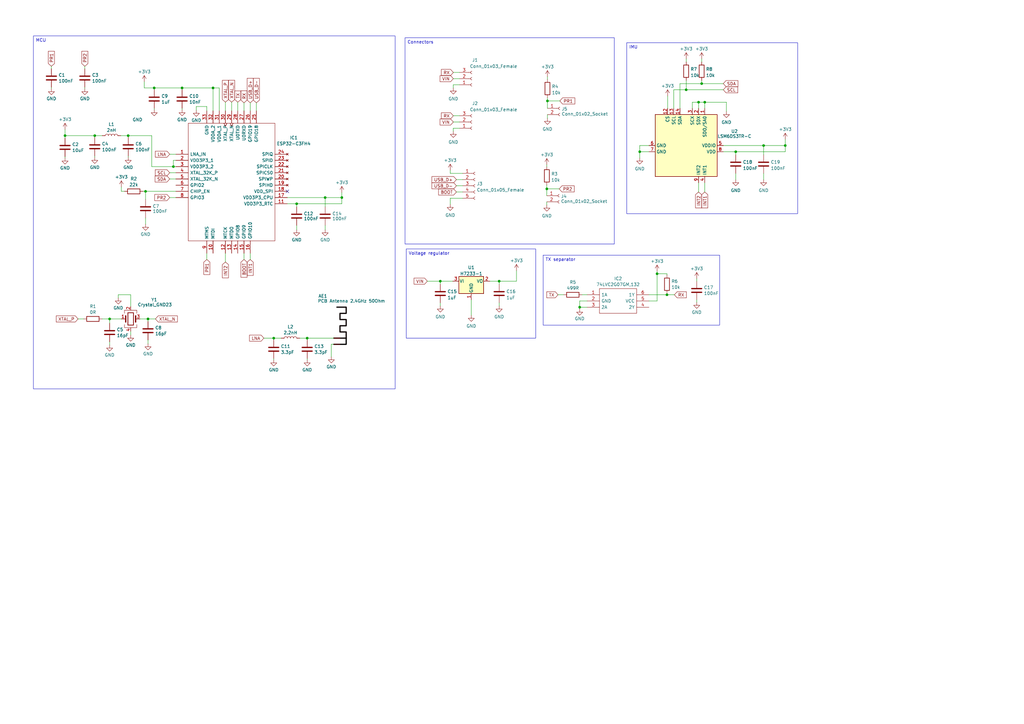
<source format=kicad_sch>
(kicad_sch (version 20230121) (generator eeschema)
  (paper "A3")
  (lib_symbols
    (symbol "74LVC2G07GM_132:74LVC2G07GM,132" (pin_names (offset 0.762))
      (property "Reference" "IC" (at 21.59 7.62 0))
      (property "Value" "74LVC2G07GM,132" (at 21.59 5.08 0))
      (symbol "74LVC2G07GM,132_0_0"
        (pin passive line (at 0 0 0) (length 5.08) (name "1A") (number "1"))
        (pin passive line (at 0 -2.54 0) (length 5.08) (name "GND") (number "2"))
        (pin passive line (at 0 -5.08 0) (length 5.08) (name "2A") (number "3"))
        (pin passive line (at 25.4 -5.08 180) (length 5.08) (name "2Y") (number "4"))
        (pin passive line (at 25.4 -2.54 180) (length 5.08) (name "VCC") (number "5"))
        (pin passive line (at 25.4 0 180) (length 5.08) (name "1Y") (number "6"))
      )
      (symbol "74LVC2G07GM,132_0_1"
        (polyline (pts (xy 5.08 2.54) (xy 20.32 2.54) (xy 20.32 -7.62) (xy 5.08 -7.62) (xy 5.08 2.54)) (stroke (width 0.1524)))
      )
    )
    (symbol "Connector:Conn_01x02_Socket" (pin_names (offset 1.016) hide)
      (property "Reference" "J" (at 0 2.54 0))
      (property "Value" "Conn_01x02_Socket" (at 0 -5.08 0))
      (symbol "Conn_01x02_Socket_1_1"
        (arc (start 0 -2.032) (mid -0.5058 -2.54) (end 0 -3.048) (stroke (width 0.1524)))
        (polyline (pts (xy -1.27 -2.54) (xy -0.508 -2.54)) (stroke (width 0.1524)))
        (polyline (pts (xy -1.27 0) (xy -0.508 0)) (stroke (width 0.1524)))
        (arc (start 0 0.508) (mid -0.5058 0) (end 0 -0.508) (stroke (width 0.1524)))
        (pin passive line (at -5.08 0 0) (length 3.81) (name "Pin_1") (number "1"))
        (pin passive line (at -5.08 -2.54 0) (length 3.81) (name "Pin_2") (number "2"))
      )
    )
    (symbol "Connector:Conn_01x03_Female" (pin_names (offset 1.016) hide)
      (property "Reference" "J" (at 0 5.08 0))
      (property "Value" "Conn_01x03_Female" (at 0 -5.08 0))
      (symbol "Conn_01x03_Female_1_1"
        (arc (start 0 -2.032) (mid -0.5058 -2.54) (end 0 -3.048) (stroke (width 0.1524)))
        (polyline (pts (xy -1.27 -2.54) (xy -0.508 -2.54)) (stroke (width 0.1524)))
        (polyline (pts (xy -1.27 0) (xy -0.508 0)) (stroke (width 0.1524)))
        (polyline (pts (xy -1.27 2.54) (xy -0.508 2.54)) (stroke (width 0.1524)))
        (arc (start 0 0.508) (mid -0.5058 0) (end 0 -0.508) (stroke (width 0.1524)))
        (arc (start 0 3.048) (mid -0.5058 2.54) (end 0 2.032) (stroke (width 0.1524)))
        (pin passive line (at -5.08 2.54 0) (length 3.81) (name "Pin_1") (number "1"))
        (pin passive line (at -5.08 0 0) (length 3.81) (name "Pin_2") (number "2"))
        (pin passive line (at -5.08 -2.54 0) (length 3.81) (name "Pin_3") (number "3"))
      )
    )
    (symbol "Connector:Conn_01x05_Female" (pin_names (offset 1.016) hide)
      (property "Reference" "J" (at 0 7.62 0))
      (property "Value" "Conn_01x05_Female" (at 0 -7.62 0))
      (symbol "Conn_01x05_Female_1_1"
        (arc (start 0 -4.572) (mid -0.5058 -5.08) (end 0 -5.588) (stroke (width 0.1524)))
        (arc (start 0 -2.032) (mid -0.5058 -2.54) (end 0 -3.048) (stroke (width 0.1524)))
        (polyline (pts (xy -1.27 -5.08) (xy -0.508 -5.08)) (stroke (width 0.1524)))
        (polyline (pts (xy -1.27 -2.54) (xy -0.508 -2.54)) (stroke (width 0.1524)))
        (polyline (pts (xy -1.27 0) (xy -0.508 0)) (stroke (width 0.1524)))
        (polyline (pts (xy -1.27 2.54) (xy -0.508 2.54)) (stroke (width 0.1524)))
        (polyline (pts (xy -1.27 5.08) (xy -0.508 5.08)) (stroke (width 0.1524)))
        (arc (start 0 0.508) (mid -0.5058 0) (end 0 -0.508) (stroke (width 0.1524)))
        (arc (start 0 3.048) (mid -0.5058 2.54) (end 0 2.032) (stroke (width 0.1524)))
        (arc (start 0 5.588) (mid -0.5058 5.08) (end 0 4.572) (stroke (width 0.1524)))
        (pin passive line (at -5.08 5.08 0) (length 3.81) (name "Pin_1") (number "1"))
        (pin passive line (at -5.08 2.54 0) (length 3.81) (name "Pin_2") (number "2"))
        (pin passive line (at -5.08 0 0) (length 3.81) (name "Pin_3") (number "3"))
        (pin passive line (at -5.08 -2.54 0) (length 3.81) (name "Pin_4") (number "4"))
        (pin passive line (at -5.08 -5.08 0) (length 3.81) (name "Pin_5") (number "5"))
      )
    )
    (symbol "Device:Antenna_Dipole" (pin_numbers hide) (pin_names (offset 1.016) hide)
      (property "Reference" "AE1" (at -9.906 21.082 0))
      (property "Value" "PCB Antenna 2.4GHz 50Ohm" (at -10.16 19.05 0))
      (symbol "Antenna_Dipole_1_1"
        (polyline (pts (xy -3.81 -1.27) (xy 1.27 -1.27) (xy 1.27 1.27)) (stroke (width 0.5) (color 0 0 0 1)))
        (polyline (pts (xy -3.81 1.27) (xy 1.27 1.27) (xy 1.27 3.81) (xy -1.27 3.81) (xy -1.27 6.35) (xy 1.27 6.35) (xy 1.27 8.89) (xy -1.27 8.89) (xy -1.27 11.43) (xy 1.27 11.43) (xy 1.27 13.97) (xy -2.54 13.97)) (stroke (width 0.5) (color 8 0 0 1)))
        (pin input line (at -3.81 -1.27 0) (length 2.54) (name "~") (number "1"))
        (pin input line (at -3.81 1.27 0) (length 2.54) (name "~") (number "2"))
      )
    )
    (symbol "Device:C" (pin_numbers hide) (pin_names (offset 0.254))
      (property "Reference" "C" (at 0.635 2.54 0))
      (property "Value" "C" (at 0.635 -2.54 0))
      (symbol "C_0_1"
        (polyline (pts (xy -2.032 -0.762) (xy 2.032 -0.762)) (stroke (width 0.508)))
        (polyline (pts (xy -2.032 0.762) (xy 2.032 0.762)) (stroke (width 0.508)))
      )
      (symbol "C_1_1"
        (pin passive line (at 0 3.81 270) (length 2.794) (name "~") (number "1"))
        (pin passive line (at 0 -3.81 90) (length 2.794) (name "~") (number "2"))
      )
    )
    (symbol "Device:Crystal_GND23" (pin_names (offset 1.016) hide)
      (property "Reference" "Y1" (at 9.652 7.874 0))
      (property "Value" "Crystal_GND23" (at 9.906 5.842 0))
      (symbol "Crystal_GND23_0_1"
        (rectangle (start -1.143 2.54) (end 1.143 -2.54) (stroke (width 0.3048)))
        (polyline (pts (xy -2.54 0) (xy -2.032 0)))
        (polyline (pts (xy -2.032 -1.27) (xy -2.032 1.27)) (stroke (width 0.508)))
        (polyline (pts (xy 0 -3.81) (xy 0 -3.556)))
        (polyline (pts (xy 0 3.556) (xy 0 3.81)))
        (polyline (pts (xy 2.032 -1.27) (xy 2.032 1.27)) (stroke (width 0.508)))
        (polyline (pts (xy 2.032 0) (xy 2.54 0)))
        (polyline (pts (xy -2.54 -2.286) (xy -2.54 -3.556) (xy 2.54 -3.556) (xy 2.54 -2.286)))
        (polyline (pts (xy -2.54 2.286) (xy -2.54 3.556) (xy 2.54 3.556) (xy 2.54 2.286)))
      )
      (symbol "Crystal_GND23_1_1"
        (pin passive line (at -3.81 0 0) (length 1.27) (name "1") (number "1"))
        (pin passive line (at 0 5.08 270) (length 1.27) (name "2") (number "2"))
        (pin passive line (at 3.81 0 180) (length 1.27) (name "3") (number "3"))
        (pin passive line (at 0 -5.08 90) (length 1.27) (name "4") (number "4"))
      )
    )
    (symbol "Device:L" (pin_numbers hide) (pin_names (offset 1.016) hide)
      (property "Reference" "L" (at -1.27 0 90))
      (property "Value" "L" (at 1.905 0 90))
      (symbol "L_0_1"
        (arc (start 0 -2.54) (mid 0.6323 -1.905) (end 0 -1.27))
        (arc (start 0 -1.27) (mid 0.6323 -0.635) (end 0 0))
        (arc (start 0 0) (mid 0.6323 0.635) (end 0 1.27))
        (arc (start 0 1.27) (mid 0.6323 1.905) (end 0 2.54))
      )
      (symbol "L_1_1"
        (pin passive line (at 0 3.81 270) (length 1.27) (name "1") (number "1"))
        (pin passive line (at 0 -3.81 90) (length 1.27) (name "2") (number "2"))
      )
    )
    (symbol "Device:R" (pin_numbers hide) (pin_names (offset 0))
      (property "Reference" "R" (at 2.032 0 90))
      (property "Value" "R" (at 0 0 90))
      (symbol "R_0_1"
        (rectangle (start -1.016 -2.54) (end 1.016 2.54) (stroke (width 0.254)))
      )
      (symbol "R_1_1"
        (pin passive line (at 0 3.81 270) (length 1.27) (name "~") (number "1"))
        (pin passive line (at 0 -3.81 90) (length 1.27) (name "~") (number "2"))
      )
    )
    (symbol "ESP32-C3FH4:ESP32-C3FH4" (pin_names (offset 0.762))
      (property "Reference" "IC1" (at 48.3264 6.7544 0))
      (property "Value" "ESP32-C3FH4" (at 48.3264 4.3302 0))
      (symbol "ESP32-C3FH4_0_0"
        (pin passive line (at 0 0 0) (length 5.08) (name "LNA_IN") (number "1"))
        (pin passive line (at 15.24 -40.64 90) (length 5.08) (name "MTDI") (number "10"))
        (pin passive line (at 20.32 -40.64 90) (length 5.08) (name "MTCK") (number "12"))
        (pin passive line (at 22.86 -40.64 90) (length 5.08) (name "MTDO") (number "13"))
        (pin passive line (at 25.4 -40.64 90) (length 5.08) (name "GPIO8") (number "14"))
        (pin passive line (at 27.94 -40.64 90) (length 5.08) (name "GPIO9") (number "15"))
        (pin passive line (at 30.48 -40.64 90) (length 5.08) (name "GPIO10") (number "16"))
        (pin passive line (at 0 -2.54 0) (length 5.08) (name "VDD3P3_1") (number "2"))
        (pin passive line (at 0 -5.08 0) (length 5.08) (name "VDD3P3_2") (number "3"))
        (pin passive line (at 0 -12.7 0) (length 5.08) (name "GPIO2") (number "6"))
        (pin passive line (at 0 -15.24 0) (length 5.08) (name "CHIP_EN") (number "7"))
        (pin passive line (at 0 -17.78 0) (length 5.08) (name "GPIO3") (number "8"))
        (pin passive line (at 12.7 -40.64 90) (length 5.08) (name "MTMS") (number "9"))
      )
      (symbol "ESP32-C3FH4_0_1"
        (polyline (pts (xy 5.08 12.7) (xy 40.64 12.7) (xy 40.64 -35.56) (xy 5.08 -35.56) (xy 5.08 12.7)) (stroke (width 0.1524)))
      )
      (symbol "ESP32-C3FH4_1_0"
        (pin input line (at 45.72 -20.32 180) (length 5.08) (name "VDD3P3_RTC") (number "11"))
        (pin input line (at 45.72 -17.78 180) (length 5.08) (name "VDD3P3_CPU") (number "17"))
        (pin input line (at 45.72 -15.24 180) (length 5.08) (name "VDD_SPI") (number "18"))
        (pin no_connect line (at 45.72 -12.7 180) (length 5.08) (name "SPIHD") (number "19"))
        (pin no_connect line (at 45.72 -10.16 180) (length 5.08) (name "SPIWP") (number "20"))
        (pin no_connect line (at 45.72 -7.62 180) (length 5.08) (name "SPICS0") (number "21"))
        (pin no_connect line (at 45.72 -5.08 180) (length 5.08) (name "SPICLK") (number "22"))
        (pin no_connect line (at 45.72 -2.54 180) (length 5.08) (name "SPID") (number "23"))
        (pin no_connect line (at 45.72 0 180) (length 5.08) (name "SPIQ") (number "24"))
        (pin input line (at 33.02 17.78 270) (length 5.08) (name "GPIO18") (number "25"))
        (pin input line (at 30.48 17.78 270) (length 5.08) (name "GPIO19") (number "26"))
        (pin input line (at 27.94 17.78 270) (length 5.08) (name "U0RXD") (number "27"))
        (pin output line (at 25.4 17.78 270) (length 5.08) (name "U0TXD") (number "28"))
        (pin input clock (at 22.86 17.78 270) (length 5.08) (name "XTAL_N") (number "29"))
        (pin input clock (at 20.32 17.78 270) (length 5.08) (name "XTAL_P") (number "30"))
        (pin input line (at 17.78 17.78 270) (length 5.08) (name "VDDA_1") (number "31"))
        (pin input line (at 15.24 17.78 270) (length 5.08) (name "VDDA_2") (number "32"))
        (pin passive line (at 12.7 17.78 270) (length 5.08) (name "GND") (number "33"))
        (pin passive line (at 0 -7.62 0) (length 5.08) (name "XTAL_32K_P") (number "4"))
        (pin passive line (at 0 -10.16 0) (length 5.08) (name "XTAL_32K_N") (number "5"))
      )
    )
    (symbol "GND_1" (power) (pin_names (offset 0))
      (property "Value" "GND_1" (at 0 -3.81 0))
      (symbol "GND_1_0_1"
        (polyline (pts (xy 0 0) (xy 0 -1.27) (xy 1.27 -1.27) (xy 0 -2.54) (xy -1.27 -1.27) (xy 0 -1.27)))
      )
      (symbol "GND_1_1_1"
        (pin power_in line (at 0 0 270) (length 0) hide (name "GND") (number "1"))
      )
    )
    (symbol "Regulator_Linear:AMS1117-3.3" (pin_names (offset 0.254))
      (property "Reference" "U" (at -3.81 3.175 0))
      (property "Value" "AMS1117-3.3" (at 0 3.175 0))
      (symbol "AMS1117-3.3_0_1"
        (rectangle (start -5.08 -5.08) (end 5.08 1.905) (stroke (width 0.254)) (fill (type background)))
      )
      (symbol "AMS1117-3.3_1_1"
        (pin power_in line (at 0 -7.62 90) (length 2.54) (name "GND") (number "1"))
        (pin power_out line (at 7.62 0 180) (length 2.54) (name "VO") (number "2"))
        (pin power_in line (at -7.62 0 0) (length 2.54) (name "VI") (number "3"))
      )
    )
    (symbol "Sensor_Motion:LSM6DS3"
      (property "Reference" "U" (at -11.43 15.24 0))
      (property "Value" "LSM6DS3" (at -11.43 12.7 0))
      (symbol "LSM6DS3_0_1"
        (rectangle (start -12.7 12.7) (end 12.7 -12.7) (stroke (width 0.254)) (fill (type background)))
      )
      (symbol "LSM6DS3_1_1"
        (pin bidirectional line (at -15.24 7.62 0) (length 2.54) (name "SDO/SA0") (number "1"))
        (pin no_connect line (at 12.7 -5.08 180) (length 3.81) hide (name "NC") (number "10"))
        (pin no_connect line (at 12.7 -2.54 180) (length 3.81) hide (name "NC") (number "11"))
        (pin input line (at -15.24 -7.62 0) (length 2.54) (name "CS") (number "12"))
        (pin input line (at -15.24 -5.08 0) (length 2.54) (name "SCL") (number "13"))
        (pin bidirectional line (at -15.24 -2.54 0) (length 2.54) (name "SDA") (number "14"))
        (pin bidirectional line (at -15.24 5.08 0) (length 2.54) (name "SDX") (number "2"))
        (pin input line (at -15.24 2.54 0) (length 2.54) (name "SCX") (number "3"))
        (pin output line (at 15.24 7.62 180) (length 2.54) (name "INT1") (number "4"))
        (pin power_in line (at 0 15.24 270) (length 2.54) (name "VDDIO") (number "5"))
        (pin power_in line (at 0 -15.24 90) (length 2.54) (name "GND") (number "6"))
        (pin power_in line (at 2.54 -15.24 90) (length 2.54) (name "GND") (number "7"))
        (pin power_in line (at 2.54 15.24 270) (length 2.54) (name "VDD") (number "8"))
        (pin output line (at 15.24 5.08 180) (length 2.54) (name "INT2") (number "9"))
      )
    )
    (symbol "power:+3V3" (power) (pin_names (offset 0))
      (property "Value" "+3V3" (at 0 3.556 0))
      (symbol "+3V3_0_1"
        (polyline (pts (xy -0.762 1.27) (xy 0 2.54)))
        (polyline (pts (xy 0 0) (xy 0 2.54)))
        (polyline (pts (xy 0 2.54) (xy 0.762 1.27)))
      )
      (symbol "+3V3_1_1"
        (pin power_in line (at 0 0 90) (length 0) hide (name "+3V3") (number "1"))
      )
    )
    (symbol "power:GND" (power) (pin_names (offset 0))
      (property "Value" "GND" (at 0 -3.81 0))
      (symbol "GND_0_1"
        (polyline (pts (xy 0 0) (xy 0 -1.27) (xy 1.27 -1.27) (xy 0 -2.54) (xy -1.27 -1.27) (xy 0 -1.27)))
      )
      (symbol "GND_1_1"
        (pin power_in line (at 0 0 270) (length 0) hide (name "GND") (number "1"))
      )
    )
  )
  (junction (at 44.958 130.81))
  (junction (at 60.706 130.81))
  (junction (at 63.246 36.068))
  (junction (at 87.376 36.068))
  (junction (at 224.282 77.47))
  (junction (at 273.558 120.904))
  (junction (at 133.35 81.026))
  (junction (at 224.536 41.402))
  (junction (at 38.862 55.626))
  (junction (at 112.268 138.684))
  (junction (at 52.578 55.626))
  (junction (at 301.752 62.23))
  (junction (at 71.12 68.326))
  (junction (at 313.182 59.69))
  (junction (at 74.676 36.068))
  (junction (at 140.208 81.026))
  (junction (at 289.052 41.91))
  (junction (at 287.782 34.29))
  (junction (at 121.666 83.566))
  (junction (at 59.69 78.486))
  (junction (at 281.432 36.83))
  (junction (at 125.984 138.684))
  (junction (at 204.724 115.316))
  (junction (at 286.512 41.91))
  (junction (at 269.494 112.268))
  (junction (at 237.744 125.984))
  (junction (at 26.67 55.626))
  (junction (at 180.594 115.316))
  (junction (at 262.382 62.23))
  (junction (at 322.072 59.69))
  (no_connect (at 117.856 78.486))
  (wire (pts (xy 185.928 32.258) (xy 188.468 32.258)))
  (wire (pts (xy 44.958 130.81) (xy 44.958 132.588)))
  (wire (pts (xy 38.862 55.626) (xy 41.91 55.626)))
  (wire (pts (xy 224.282 75.946) (xy 224.282 77.47)))
  (wire (pts (xy 193.294 122.936) (xy 193.294 129.286)))
  (wire (pts (xy 237.744 123.444) (xy 240.792 123.444)))
  (wire (pts (xy 125.984 147.574) (xy 125.984 147.066)))
  (wire (pts (xy 48.514 122.174) (xy 48.514 120.904)))
  (wire (pts (xy 121.666 92.456) (xy 121.666 94.234)))
  (wire (pts (xy 301.752 62.23) (xy 322.072 62.23)))
  (wire (pts (xy 92.456 41.91) (xy 92.456 45.466)))
  (wire (pts (xy 121.666 83.566) (xy 121.666 84.836)))
  (wire (pts (xy 44.958 140.208) (xy 44.958 141.478)))
  (wire (pts (xy 301.752 62.23) (xy 301.752 63.5)))
  (wire (pts (xy 38.862 64.516) (xy 38.862 64.008)))
  (wire (pts (xy 262.382 59.69) (xy 262.382 62.23)))
  (wire (pts (xy 71.12 68.326) (xy 62.23 68.326)))
  (wire (pts (xy 313.182 59.69) (xy 313.182 63.5)))
  (wire (pts (xy 289.052 74.93) (xy 289.052 78.74)))
  (wire (pts (xy 125.984 139.446) (xy 125.984 138.684)))
  (wire (pts (xy 188.468 47.498) (xy 185.928 47.498)))
  (wire (pts (xy 59.182 33.528) (xy 59.182 36.068)))
  (wire (pts (xy 224.536 32.512) (xy 224.536 31.496)))
  (wire (pts (xy 313.182 59.69) (xy 322.072 59.69)))
  (wire (pts (xy 278.892 34.29) (xy 287.782 34.29)))
  (wire (pts (xy 273.558 112.268) (xy 269.494 112.268)))
  (wire (pts (xy 21.082 36.322) (xy 21.082 35.814)))
  (wire (pts (xy 102.616 42.164) (xy 102.616 45.466)))
  (wire (pts (xy 58.674 78.486) (xy 59.69 78.486)))
  (wire (pts (xy 63.246 36.068) (xy 74.676 36.068)))
  (wire (pts (xy 63.246 44.958) (xy 63.246 44.45)))
  (wire (pts (xy 135.89 141.224) (xy 135.89 146.304)))
  (wire (pts (xy 34.798 27.178) (xy 34.798 28.194)))
  (wire (pts (xy 59.69 78.486) (xy 59.69 81.788)))
  (wire (pts (xy 184.658 69.85) (xy 184.658 71.12)))
  (wire (pts (xy 41.91 130.81) (xy 44.958 130.81)))
  (wire (pts (xy 285.75 123.952) (xy 285.75 122.936)))
  (wire (pts (xy 224.536 41.402) (xy 224.536 44.45)))
  (wire (pts (xy 89.916 45.466) (xy 89.916 36.068)))
  (wire (pts (xy 287.782 25.4) (xy 287.782 24.13)))
  (wire (pts (xy 189.738 71.12) (xy 184.658 71.12)))
  (wire (pts (xy 133.35 92.456) (xy 133.35 94.234)))
  (wire (pts (xy 34.798 36.322) (xy 34.798 35.814)))
  (wire (pts (xy 204.724 124.206) (xy 204.724 125.476)))
  (wire (pts (xy 133.35 81.026) (xy 140.208 81.026)))
  (wire (pts (xy 121.666 83.566) (xy 140.208 83.566)))
  (wire (pts (xy 184.658 81.28) (xy 184.658 83.82)))
  (wire (pts (xy 60.706 139.446) (xy 60.706 140.97)))
  (wire (pts (xy 296.672 62.23) (xy 301.752 62.23)))
  (wire (pts (xy 74.676 36.83) (xy 74.676 36.068)))
  (wire (pts (xy 211.836 110.998) (xy 211.836 115.316)))
  (wire (pts (xy 62.23 68.326) (xy 62.23 55.626)))
  (wire (pts (xy 72.136 68.326) (xy 71.12 68.326)))
  (wire (pts (xy 71.12 68.326) (xy 71.12 65.786)))
  (wire (pts (xy 60.706 130.81) (xy 60.706 131.826)))
  (wire (pts (xy 71.12 65.786) (xy 72.136 65.786)))
  (wire (pts (xy 100.076 103.886) (xy 100.076 106.426)))
  (wire (pts (xy 102.616 103.886) (xy 102.616 106.426)))
  (wire (pts (xy 44.958 130.81) (xy 49.784 130.81)))
  (wire (pts (xy 94.996 41.91) (xy 94.996 45.466)))
  (wire (pts (xy 74.676 44.958) (xy 74.676 44.45)))
  (wire (pts (xy 266.192 120.904) (xy 273.558 120.904)))
  (wire (pts (xy 112.268 139.446) (xy 112.268 138.684)))
  (wire (pts (xy 53.594 120.904) (xy 53.594 125.73)))
  (wire (pts (xy 266.192 59.69) (xy 262.382 59.69)))
  (wire (pts (xy 53.594 135.89) (xy 53.594 137.414)))
  (wire (pts (xy 63.246 36.83) (xy 63.246 36.068)))
  (wire (pts (xy 69.596 73.406) (xy 72.136 73.406)))
  (wire (pts (xy 84.836 43.688) (xy 84.836 45.466)))
  (wire (pts (xy 224.536 41.402) (xy 229.616 41.402)))
  (wire (pts (xy 269.494 123.444) (xy 269.494 112.268)))
  (wire (pts (xy 238.76 120.904) (xy 240.792 120.904)))
  (wire (pts (xy 59.69 78.486) (xy 72.136 78.486)))
  (wire (pts (xy 278.892 44.45) (xy 278.892 34.29)))
  (wire (pts (xy 180.594 115.316) (xy 185.674 115.316)))
  (wire (pts (xy 281.432 24.13) (xy 281.432 25.4)))
  (wire (pts (xy 49.53 55.626) (xy 52.578 55.626)))
  (wire (pts (xy 237.744 125.984) (xy 237.744 126.746)))
  (wire (pts (xy 276.352 36.83) (xy 281.432 36.83)))
  (wire (pts (xy 69.596 70.866) (xy 72.136 70.866)))
  (wire (pts (xy 185.928 34.798) (xy 185.928 36.068)))
  (wire (pts (xy 87.376 36.068) (xy 87.376 45.466)))
  (wire (pts (xy 184.658 81.28) (xy 189.738 81.28)))
  (wire (pts (xy 224.282 77.47) (xy 229.362 77.47)))
  (wire (pts (xy 237.744 125.984) (xy 240.792 125.984)))
  (wire (pts (xy 273.558 120.904) (xy 276.606 120.904)))
  (wire (pts (xy 224.536 46.99) (xy 224.536 48.514)))
  (wire (pts (xy 26.67 53.086) (xy 26.67 55.626)))
  (wire (pts (xy 117.856 81.026) (xy 133.35 81.026)))
  (wire (pts (xy 89.916 36.068) (xy 87.376 36.068)))
  (wire (pts (xy 122.936 138.684) (xy 125.984 138.684)))
  (wire (pts (xy 322.072 62.23) (xy 322.072 59.69)))
  (wire (pts (xy 188.468 34.798) (xy 185.928 34.798)))
  (wire (pts (xy 112.268 138.684) (xy 115.316 138.684)))
  (wire (pts (xy 80.518 43.688) (xy 84.836 43.688)))
  (wire (pts (xy 281.432 33.02) (xy 281.432 36.83)))
  (wire (pts (xy 52.578 56.388) (xy 52.578 55.626)))
  (wire (pts (xy 296.672 59.69) (xy 313.182 59.69)))
  (wire (pts (xy 273.558 112.776) (xy 273.558 112.268)))
  (wire (pts (xy 92.456 103.886) (xy 92.456 107.442)))
  (wire (pts (xy 105.156 42.164) (xy 105.156 45.466)))
  (wire (pts (xy 133.35 81.026) (xy 133.35 84.836)))
  (wire (pts (xy 322.072 57.15) (xy 322.072 59.69)))
  (wire (pts (xy 185.928 52.578) (xy 185.928 53.848)))
  (wire (pts (xy 32.004 130.81) (xy 34.29 130.81)))
  (wire (pts (xy 204.724 115.316) (xy 211.836 115.316)))
  (wire (pts (xy 281.432 36.83) (xy 296.672 36.83)))
  (wire (pts (xy 187.198 73.66) (xy 189.738 73.66)))
  (wire (pts (xy 266.192 62.23) (xy 262.382 62.23)))
  (wire (pts (xy 266.192 123.444) (xy 269.494 123.444)))
  (wire (pts (xy 269.494 112.268) (xy 269.494 111.252)))
  (wire (pts (xy 276.352 44.45) (xy 276.352 36.83)))
  (wire (pts (xy 80.518 45.212) (xy 80.518 43.688)))
  (wire (pts (xy 100.076 42.164) (xy 100.076 45.466)))
  (wire (pts (xy 297.942 41.91) (xy 297.942 45.72)))
  (wire (pts (xy 289.052 41.91) (xy 289.052 44.45)))
  (wire (pts (xy 49.784 78.486) (xy 51.054 78.486)))
  (wire (pts (xy 48.514 120.904) (xy 53.594 120.904)))
  (wire (pts (xy 283.972 44.45) (xy 283.972 41.91)))
  (wire (pts (xy 59.182 36.068) (xy 63.246 36.068)))
  (wire (pts (xy 69.596 63.246) (xy 72.136 63.246)))
  (wire (pts (xy 87.376 36.068) (xy 74.676 36.068)))
  (wire (pts (xy 117.856 83.566) (xy 121.666 83.566)))
  (wire (pts (xy 59.69 89.408) (xy 59.69 91.948)))
  (wire (pts (xy 287.782 34.29) (xy 296.672 34.29)))
  (wire (pts (xy 185.928 50.038) (xy 188.468 50.038)))
  (wire (pts (xy 228.854 120.904) (xy 231.14 120.904)))
  (wire (pts (xy 286.512 41.91) (xy 286.512 44.45)))
  (wire (pts (xy 301.752 71.12) (xy 301.752 73.66)))
  (wire (pts (xy 273.558 120.396) (xy 273.558 120.904)))
  (wire (pts (xy 69.596 81.026) (xy 72.136 81.026)))
  (wire (pts (xy 26.67 64.77) (xy 26.67 64.262)))
  (wire (pts (xy 286.512 74.93) (xy 286.512 78.74)))
  (wire (pts (xy 187.198 78.74) (xy 189.738 78.74)))
  (wire (pts (xy 189.738 76.2) (xy 187.198 76.2)))
  (wire (pts (xy 140.208 78.994) (xy 140.208 81.026)))
  (wire (pts (xy 204.724 116.586) (xy 204.724 115.316)))
  (wire (pts (xy 140.208 81.026) (xy 140.208 83.566)))
  (wire (pts (xy 286.512 41.91) (xy 289.052 41.91)))
  (wire (pts (xy 224.282 82.804) (xy 224.282 84.074)))
  (wire (pts (xy 273.812 39.37) (xy 273.812 44.45)))
  (wire (pts (xy 97.536 41.91) (xy 97.536 45.466)))
  (wire (pts (xy 21.082 27.178) (xy 21.082 28.194)))
  (wire (pts (xy 285.75 114.3) (xy 285.75 115.316)))
  (wire (pts (xy 108.204 138.684) (xy 112.268 138.684)))
  (wire (pts (xy 262.382 62.23) (xy 262.382 64.77)))
  (wire (pts (xy 224.536 40.132) (xy 224.536 41.402)))
  (wire (pts (xy 136.906 141.224) (xy 135.89 141.224)))
  (wire (pts (xy 188.468 52.578) (xy 185.928 52.578)))
  (wire (pts (xy 224.282 77.47) (xy 224.282 80.264)))
  (wire (pts (xy 112.268 147.574) (xy 112.268 147.066)))
  (wire (pts (xy 52.578 64.516) (xy 52.578 64.008)))
  (wire (pts (xy 175.26 115.316) (xy 180.594 115.316)))
  (wire (pts (xy 180.594 116.586) (xy 180.594 115.316)))
  (wire (pts (xy 287.782 33.02) (xy 287.782 34.29)))
  (wire (pts (xy 224.282 68.326) (xy 224.282 67.564)))
  (wire (pts (xy 180.594 125.476) (xy 180.594 124.206)))
  (wire (pts (xy 38.862 56.388) (xy 38.862 55.626)))
  (wire (pts (xy 26.67 55.626) (xy 26.67 56.642)))
  (wire (pts (xy 49.784 76.708) (xy 49.784 78.486)))
  (wire (pts (xy 62.23 55.626) (xy 52.578 55.626)))
  (wire (pts (xy 237.744 123.444) (xy 237.744 125.984)))
  (wire (pts (xy 283.972 41.91) (xy 286.512 41.91)))
  (wire (pts (xy 313.182 73.66) (xy 313.182 71.12)))
  (wire (pts (xy 188.468 29.718) (xy 185.928 29.718)))
  (wire (pts (xy 136.906 138.684) (xy 125.984 138.684)))
  (wire (pts (xy 289.052 41.91) (xy 297.942 41.91)))
  (wire (pts (xy 84.836 106.426) (xy 84.836 103.886)))
  (wire (pts (xy 57.404 130.81) (xy 60.706 130.81)))
  (wire (pts (xy 26.67 55.626) (xy 38.862 55.626)))
  (wire (pts (xy 204.724 115.316) (xy 200.914 115.316)))
  (wire (pts (xy 60.706 130.81) (xy 63.754 130.81)))
  (text_box "Voltage regulator" (at 166.624 102.108 0) (size 53.086 36.576) (effects (font (size 1.27 1.27)) (justify left top)))
  (text_box "IMU" (at 257.048 17.526 0) (size 70.104 70.104) (effects (font (size 1.27 1.27)) (justify left top)))
  (text_box "MCU" (at 13.716 14.732 0) (size 148.336 144.78) (effects (font (size 1.27 1.27)) (justify left top)))
  (text_box "Connectors" (at 166.116 15.494 0) (size 85.852 84.582) (effects (font (size 1.27 1.27)) (justify left top)))
  (text_box "TX separator" (at 222.758 104.648 0) (size 72.39 28.702) (effects (font (size 1.27 1.27)) (justify left top)))
  (global_label "PR2" (shape input) (at 229.362 77.47 0) (property "Intersheetrefs" "${INTERSHEET_REFS}" (effects hide)))
  (global_label "VIN" (shape input) (at 185.928 50.038 180) (property "Intersheetrefs" "${INTERSHEET_REFS}" (effects hide)))
  (global_label "XTAL_N" (shape input) (at 63.754 130.81 0) (property "Intersheetrefs" "${INTERSHEET_REFS}" (effects hide)))
  (global_label "SCL" (shape input) (at 69.596 70.866 180) (property "Intersheetrefs" "${INTERSHEET_REFS}" (effects hide)))
  (global_label "TX" (shape input) (at 228.854 120.904 180) (property "Intersheetrefs" "${INTERSHEET_REFS}" (effects hide)))
  (global_label "RX" (shape input) (at 185.928 29.718 180) (property "Intersheetrefs" "${INTERSHEET_REFS}" (effects hide)))
  (global_label "XTAL_N" (shape input) (at 94.996 41.91 90) (property "Intersheetrefs" "${INTERSHEET_REFS}" (effects hide)))
  (global_label "SDA" (shape input) (at 69.596 73.406 180) (property "Intersheetrefs" "${INTERSHEET_REFS}" (effects hide)))
  (global_label "XTAL_P" (shape input) (at 32.004 130.81 180) (property "Intersheetrefs" "${INTERSHEET_REFS}" (effects hide)))
  (global_label "PR2" (shape input) (at 34.798 27.178 90) (property "Intersheetrefs" "${INTERSHEET_REFS}" (effects hide)))
  (global_label "RX" (shape input) (at 276.606 120.904 0) (property "Intersheetrefs" "${INTERSHEET_REFS}" (effects hide)))
  (global_label "USB_D+" (shape input) (at 187.198 73.66 180) (property "Intersheetrefs" "${INTERSHEET_REFS}" (effects hide)))
  (global_label "USB_D-" (shape input) (at 187.198 76.2 180) (property "Intersheetrefs" "${INTERSHEET_REFS}" (effects hide)))
  (global_label "XTAL_P" (shape input) (at 92.456 41.91 90) (property "Intersheetrefs" "${INTERSHEET_REFS}" (effects hide)))
  (global_label "USB_D+" (shape input) (at 102.616 42.164 90) (property "Intersheetrefs" "${INTERSHEET_REFS}" (effects hide)))
  (global_label "RX" (shape input) (at 100.076 42.164 90) (property "Intersheetrefs" "${INTERSHEET_REFS}" (effects hide)))
  (global_label "PR2" (shape input) (at 69.596 81.026 180) (property "Intersheetrefs" "${INTERSHEET_REFS}" (effects hide)))
  (global_label "PR1" (shape input) (at 21.082 27.178 90) (property "Intersheetrefs" "${INTERSHEET_REFS}" (effects hide)))
  (global_label "SCL" (shape input) (at 296.672 36.83 0) (property "Intersheetrefs" "${INTERSHEET_REFS}" (effects hide)))
  (global_label "SDA" (shape input) (at 296.672 34.29 0) (property "Intersheetrefs" "${INTERSHEET_REFS}" (effects hide)))
  (global_label "BOOT" (shape input) (at 187.198 78.74 180) (property "Intersheetrefs" "${INTERSHEET_REFS}" (effects hide)))
  (global_label "LNA" (shape input) (at 108.204 138.684 180) (property "Intersheetrefs" "${INTERSHEET_REFS}" (effects hide)))
  (global_label "INT2" (shape input) (at 286.512 78.74 270) (property "Intersheetrefs" "${INTERSHEET_REFS}" (effects hide)))
  (global_label "VIN" (shape input) (at 175.26 115.316 180) (property "Intersheetrefs" "${INTERSHEET_REFS}" (effects hide)))
  (global_label "LNA" (shape input) (at 69.596 63.246 180) (property "Intersheetrefs" "${INTERSHEET_REFS}" (effects hide)))
  (global_label "USB_D-" (shape input) (at 105.156 42.164 90) (property "Intersheetrefs" "${INTERSHEET_REFS}" (effects hide)))
  (global_label "RX" (shape input) (at 185.928 47.498 180) (property "Intersheetrefs" "${INTERSHEET_REFS}" (effects hide)))
  (global_label "BOOT" (shape input) (at 100.076 106.426 270) (property "Intersheetrefs" "${INTERSHEET_REFS}" (effects hide)))
  (global_label "PR1" (shape input) (at 84.836 106.426 270) (property "Intersheetrefs" "${INTERSHEET_REFS}" (effects hide)))
  (global_label "PR1" (shape input) (at 229.616 41.402 0) (property "Intersheetrefs" "${INTERSHEET_REFS}" (effects hide)))
  (global_label "VIN" (shape input) (at 185.928 32.258 180) (property "Intersheetrefs" "${INTERSHEET_REFS}" (effects hide)))
  (global_label "INT1" (shape input) (at 289.052 78.74 270) (property "Intersheetrefs" "${INTERSHEET_REFS}" (effects hide)))
  (global_label "INT1" (shape input) (at 102.616 106.426 270) (property "Intersheetrefs" "${INTERSHEET_REFS}" (effects hide)))
  (global_label "TX" (shape input) (at 97.536 41.91 90) (property "Intersheetrefs" "${INTERSHEET_REFS}" (effects hide)))
  (global_label "INT2" (shape input) (at 92.456 107.442 270) (property "Intersheetrefs" "${INTERSHEET_REFS}" (effects hide)))
  (symbol (lib_id "power:GND") (at 301.752 73.66 0) (unit 1)
    (property "Reference" "#PWR044" (effects hide))
    (property "Value" "GND" (at 301.752 78.1034 0))
  )
  (symbol (lib_id "power:GND") (at 125.984 147.574 0) (unit 1)
    (property "Reference" "#PWR019" (effects hide))
    (property "Value" "GND" (at 125.984 151.7071 0))
  )
  (symbol (lib_id "power:GND") (at 21.082 36.322 0) (unit 1)
    (property "Reference" "#PWR01" (effects hide))
    (property "Value" "GND" (at 21.082 40.4551 0))
  )
  (symbol (lib_id "power:GND") (at 285.75 123.952 0) (unit 1)
    (property "Reference" "#PWR041" (effects hide))
    (property "Value" "GND" (at 285.75 128.0851 0))
  )
  (symbol (lib_id "power:+3V3") (at 26.67 53.086 0) (unit 1)
    (property "Reference" "#PWR02" (effects hide))
    (property "Value" "+3V3" (at 26.67 48.9529 0))
  )
  (symbol (lib_id "Device:C") (at 125.984 143.256 0) (unit 1)
    (property "Reference" "C13" (at 128.905 142.0439 0) (effects (justify left)))
    (property "Value" "3.3pF" (at 128.905 144.4681 0) (effects (justify left)))
    (property "Footprint" "Capacitor_SMD:C_0201_0603Metric" (effects hide))
  )
  (symbol (lib_id "Regulator_Linear:AMS1117-3.3") (at 193.294 115.316 0) (unit 1)
    (property "Reference" "U1" (at 193.294 109.7112 0))
    (property "Value" "H7233-1" (at 193.294 112.2481 0))
    (property "Footprint" "Package_TO_SOT_SMD:SOT-23" (effects hide))
    (property "Datasheet" "http://www.advanced-monolithic.com/pdf/ds1117.pdf" (effects hide))
    (property "LCSC" "C277859" (effects hide))
  )
  (symbol (lib_id "power:+3V3") (at 322.072 57.15 0) (unit 1)
    (property "Reference" "#PWR046" (effects hide))
    (property "Value" "+3V3" (at 322.072 53.0169 0))
  )
  (symbol (lib_id "power:+3V3") (at 59.182 33.528 0) (unit 1)
    (property "Reference" "#PWR011" (effects hide))
    (property "Value" "+3V3" (at 59.182 29.3949 0))
  )
  (symbol (lib_id "Device:C") (at 44.958 136.398 0) (unit 1)
    (property "Reference" "C5" (at 47.879 135.1859 0) (effects (justify left)))
    (property "Value" "16pF" (at 47.879 137.6101 0) (effects (justify left)))
    (property "Footprint" "Capacitor_SMD:C_0201_0603Metric" (effects hide))
  )
  (symbol (lib_id "Connector:Conn_01x02_Socket") (at 229.362 80.264 0) (unit 1)
    (property "Reference" "J4" (at 230.0732 80.51 0) (effects (justify left)))
    (property "Value" "Conn_01x02_Socket" (at 230.0732 82.558 0) (effects (justify left)))
    (property "Footprint" "Connector_PinHeader_1.27mm:PinHeader_1x02_P1.27mm_Vertical" (effects hide))
  )
  (symbol (lib_id "Device:C") (at 313.182 67.31 0) (unit 1)
    (property "Reference" "C19" (at 316.103 66.4753 0) (effects (justify left)))
    (property "Value" "100nF" (at 316.103 69.0122 0) (effects (justify left)))
    (property "Footprint" "Capacitor_SMD:C_0201_0603Metric" (effects hide))
  )
  (symbol (lib_id "power:GND") (at 313.182 73.66 0) (unit 1)
    (property "Reference" "#PWR045" (effects hide))
    (property "Value" "GND" (at 313.182 78.1034 0))
  )
  (symbol (lib_id "power:+3V3") (at 269.494 111.252 0) (unit 1)
    (property "Reference" "#PWR037" (effects hide))
    (property "Value" "+3V3" (at 269.494 107.1189 0))
  )
  (symbol (lib_id "Device:C") (at 285.75 119.126 0) (unit 1)
    (property "Reference" "C17" (at 288.671 117.9139 0) (effects (justify left)))
    (property "Value" "100nF" (at 288.671 120.3381 0) (effects (justify left)))
    (property "Footprint" "Capacitor_SMD:C_0201_0603Metric" (effects hide))
  )
  (symbol (lib_id "power:GND") (at 262.382 64.77 0) (unit 1)
    (property "Reference" "#PWR036" (effects hide))
    (property "Value" "GND" (at 262.382 69.2134 0))
  )
  (symbol (lib_id "power:GND") (at 224.282 84.074 0) (unit 1)
    (property "Reference" "#PWR032" (effects hide))
    (property "Value" "GND" (at 224.282 88.5174 0))
  )
  (symbol (lib_id "Device:R") (at 224.282 72.136 0) (unit 1)
    (property "Reference" "R3" (at 226.06 71.3013 0) (effects (justify left)))
    (property "Value" "10k" (at 226.06 73.8382 0) (effects (justify left)))
    (property "Footprint" "Resistor_SMD:R_0201_0603Metric" (effects hide))
  )
  (symbol (lib_id "power:GND") (at 224.536 48.514 0) (unit 1)
    (property "Reference" "#PWR034" (effects hide))
    (property "Value" "GND" (at 224.536 52.9574 0))
  )
  (symbol (lib_id "power:GND") (at 121.666 94.234 0) (unit 1)
    (property "Reference" "#PWR018" (effects hide))
    (property "Value" "GND" (at 121.666 98.3671 0))
  )
  (symbol (lib_id "Device:C") (at 59.69 85.598 0) (unit 1)
    (property "Reference" "C7" (at 62.611 84.574 0) (effects (justify left)))
    (property "Value" "100nF" (at 62.611 86.622 0) (effects (justify left)))
    (property "Footprint" "Capacitor_SMD:C_0201_0603Metric" (effects hide))
  )
  (symbol (lib_id "74LVC2G07GM_132:74LVC2G07GM,132") (at 240.792 120.904 0) (unit 1)
    (property "Reference" "IC2" (at 253.492 114.2705 0))
    (property "Value" "74LVC2G07GM,132" (at 253.492 116.6947 0))
    (property "Footprint" "74LVC2G07GM:PESD3V3L5UF115" (effects hide))
    (property "Datasheet" "https://assets.nexperia.com/documents/data-sheet/74LVC2G07.pdf" (effects hide))
    (property "Description" "74LVC2G07 - Buffers with open-drain outputs@en-us" (effects hide))
    (property "Height" "0.5" (effects hide))
    (property "Manufacturer_Name" "Nexperia" (effects hide))
    (property "Manufacturer_Part_Number" "74LVC2G07GM,132" (effects hide))
    (property "Mouser Part Number" "771-LVC2G07GM132" (effects hide))
    (property "Mouser Price/Stock" "https://www.mouser.co.uk/ProductDetail/Nexperia/74LVC2G07GM132?qs=me8TqzrmIYVpdKB4zrRFSw%3D%3D" (effects hide))
    (property "Arrow Part Number" "74LVC2G07GM,132" (effects hide))
    (property "Arrow Price/Stock" "https://www.arrow.com/en/products/74lvc2g07gm132/nexperia?region=nac" (effects hide))
    (property "LCSC" "C548564" (effects hide))
  )
  (symbol (lib_id "Connector:Conn_01x02_Socket") (at 229.616 44.45 0) (unit 1)
    (property "Reference" "J5" (at 230.3272 44.696 0) (effects (justify left)))
    (property "Value" "Conn_01x02_Socket" (at 230.3272 46.744 0) (effects (justify left)))
    (property "Footprint" "Connector_PinHeader_1.27mm:PinHeader_1x02_P1.27mm_Vertical" (effects hide))
  )
  (symbol (lib_id "power:GND") (at 44.958 141.478 0) (unit 1)
    (property "Reference" "#PWR06" (effects hide))
    (property "Value" "GND" (at 44.958 145.6111 0))
  )
  (symbol (lib_name "GND_1") (lib_id "power:GND") (at 237.744 126.746 0) (unit 1)
    (property "Reference" "#PWR035" (effects hide))
    (property "Value" "GND" (at 237.744 130.691 0))
  )
  (symbol (lib_id "Device:R") (at 281.432 29.21 0) (unit 1)
    (property "Reference" "R7" (at 283.21 28.3753 0) (effects (justify left)))
    (property "Value" "10k" (at 283.21 30.9122 0) (effects (justify left)))
    (property "Footprint" "Resistor_SMD:R_0201_0603Metric" (effects hide))
  )
  (symbol (lib_id "ESP32-C3FH4:ESP32-C3FH4") (at 72.136 63.246 0) (unit 1)
    (property "Reference" "IC1" (at 120.4624 56.4916 0))
    (property "Value" "ESP32-C3FH4" (at 120.4624 58.9158 0))
    (property "Footprint" "Package_DFN_QFN:QFN-32-1EP_5x5mm_P0.5mm_EP3.1x3.1mm_ThermalVias" (effects hide))
    (property "Datasheet" "https://www.espressif.com/sites/default/files/documentation/esp32-c3_datasheet_en.pdf" (effects hide))
    (property "Description" "RF System on a Chip - SoC SMD IC ESP32-C3FH4, single-core MCU, 2.4G Wi-Fi & BLE 5.0 combo, QFN 32-pin, 5*5 mm, 4 MB flash inside, -40C +105C" (effects hide))
    (property "Height" "0.9" (effects hide))
    (property "Manufacturer_Name" "Espressif Systems" (effects hide))
    (property "Manufacturer_Part_Number" "ESP32-C3FH4" (effects hide))
    (property "Mouser Part Number" "356-ESP32-C3FH4" (effects hide))
    (property "Mouser Price/Stock" "https://www.mouser.co.uk/ProductDetail/Espressif-Systems/ESP32-C3FH4?qs=iLbezkQI%252BsgL5PSvEueYlQ%3D%3D" (effects hide))
  )
  (symbol (lib_id "Device:C") (at 38.862 60.198 0) (unit 1)
    (property "Reference" "C4" (at 41.783 58.9859 0) (effects (justify left)))
    (property "Value" "100nF" (at 41.783 61.4101 0) (effects (justify left)))
    (property "Footprint" "Capacitor_SMD:C_0201_0603Metric" (effects hide))
  )
  (symbol (lib_id "Device:C") (at 52.578 60.198 0) (unit 1)
    (property "Reference" "C6" (at 55.499 58.9859 0) (effects (justify left)))
    (property "Value" "100nF" (at 55.499 61.4101 0) (effects (justify left)))
    (property "Footprint" "Capacitor_SMD:C_0201_0603Metric" (effects hide))
  )
  (symbol (lib_id "Device:C") (at 74.676 40.64 0) (unit 1)
    (property "Reference" "C10" (at 77.597 39.4279 0) (effects (justify left)))
    (property "Value" "10nF" (at 77.597 41.8521 0) (effects (justify left)))
    (property "Footprint" "Capacitor_SMD:C_0201_0603Metric" (effects hide))
  )
  (symbol (lib_id "Connector:Conn_01x03_Female") (at 193.548 50.038 0) (mirror x) (unit 1)
    (property "Reference" "J2" (at 194.818 42.418 0))
    (property "Value" "Conn_01x03_Female" (at 202.438 44.958 0))
    (property "Footprint" "Connector_JST:JST_PH_B3B-PH-K_1x03_P2.00mm_Vertical" (effects hide))
  )
  (symbol (lib_id "Device:C") (at 60.706 135.636 0) (unit 1)
    (property "Reference" "C8" (at 63.627 134.4239 0) (effects (justify left)))
    (property "Value" "16pF" (at 63.627 136.8481 0) (effects (justify left)))
    (property "Footprint" "Capacitor_SMD:C_0201_0603Metric" (effects hide))
  )
  (symbol (lib_id "Device:C") (at 63.246 40.64 0) (unit 1)
    (property "Reference" "C9" (at 66.167 39.4279 0) (effects (justify left)))
    (property "Value" "1uF" (at 66.167 41.8521 0) (effects (justify left)))
    (property "Footprint" "Capacitor_SMD:C_0201_0603Metric" (effects hide))
  )
  (symbol (lib_id "power:+3V3") (at 140.208 78.994 0) (unit 1)
    (property "Reference" "#PWR022" (effects hide))
    (property "Value" "+3V3" (at 140.208 74.8609 0))
  )
  (symbol (lib_id "power:GND") (at 133.35 94.234 0) (unit 1)
    (property "Reference" "#PWR020" (effects hide))
    (property "Value" "GND" (at 133.35 98.3671 0))
  )
  (symbol (lib_id "power:+3V3") (at 281.432 24.13 0) (unit 1)
    (property "Reference" "#PWR039" (effects hide))
    (property "Value" "+3V3" (at 281.432 19.9969 0))
  )
  (symbol (lib_id "Device:L") (at 119.126 138.684 90) (unit 1)
    (property "Reference" "L2" (at 119.126 134.0344 90))
    (property "Value" "2.2nH" (at 119.126 136.4586 90))
    (property "Footprint" "Inductor_SMD:L_0201_0603Metric" (effects hide))
    (property "LCSC" "C86107" (effects hide))
  )
  (symbol (lib_id "Device:Crystal_GND23") (at 53.594 130.81 0) (unit 1)
    (property "Reference" "Y1" (at 63.246 122.936 0))
    (property "Value" "Crystal_GND23" (at 63.5 124.968 0))
    (property "Footprint" "Crystal:Crystal_SMD_3225-4Pin_3.2x2.5mm" (effects hide))
    (property "LCSC" "C7294600" (effects hide))
  )
  (symbol (lib_id "Device:Antenna_Dipole") (at 140.716 139.954 0) (unit 1)
    (property "Reference" "AE1" (at 130.556 121.412 0) (effects (justify left)))
    (property "Value" "PCB Antenna 2.4GHz 50Ohm" (at 130.302 123.444 0) (effects (justify left)))
    (property "Footprint" "RF_Antenna:Texas_SWRA117D_2.4GHz_Left" (effects hide))
  )
  (symbol (lib_id "power:GND") (at 185.928 53.848 0) (unit 1)
    (property "Reference" "#PWR027" (effects hide))
    (property "Value" "GND" (at 185.928 58.2914 0))
  )
  (symbol (lib_id "Device:R") (at 273.558 116.586 180) (unit 1)
    (property "Reference" "R6" (at 275.336 115.3739 0) (effects (justify right)))
    (property "Value" "10k" (at 275.336 117.7981 0) (effects (justify right)))
    (property "Footprint" "Resistor_SMD:R_0201_0603Metric" (effects hide))
  )
  (symbol (lib_id "power:GND") (at 180.594 125.476 0) (unit 1)
    (property "Reference" "#PWR023" (effects hide))
    (property "Value" "GND" (at 180.594 129.9194 0))
  )
  (symbol (lib_id "power:GND") (at 112.268 147.574 0) (unit 1)
    (property "Reference" "#PWR017" (effects hide))
    (property "Value" "GND" (at 112.268 151.7071 0))
  )
  (symbol (lib_id "Device:C") (at 204.724 120.396 0) (unit 1)
    (property "Reference" "C16" (at 207.645 119.5613 0) (effects (justify left)))
    (property "Value" "1uF" (at 207.645 122.0982 0) (effects (justify left)))
    (property "Footprint" "Capacitor_SMD:C_0201_0603Metric" (effects hide))
  )
  (symbol (lib_id "power:GND") (at 59.69 91.948 0) (unit 1)
    (property "Reference" "#PWR012" (effects hide))
    (property "Value" "GND" (at 59.69 96.0811 0))
  )
  (symbol (lib_id "power:GND") (at 193.294 129.286 0) (unit 1)
    (property "Reference" "#PWR028" (effects hide))
    (property "Value" "GND" (at 193.294 133.7294 0))
  )
  (symbol (lib_id "Device:C") (at 26.67 60.452 0) (unit 1)
    (property "Reference" "C2" (at 29.591 59.2399 0) (effects (justify left)))
    (property "Value" "10uF" (at 29.591 61.6641 0) (effects (justify left)))
    (property "Footprint" "Capacitor_SMD:C_0402_1005Metric" (effects hide))
  )
  (symbol (lib_id "Device:R") (at 287.782 29.21 0) (unit 1)
    (property "Reference" "R8" (at 289.56 28.3753 0) (effects (justify left)))
    (property "Value" "10k" (at 289.56 30.9122 0) (effects (justify left)))
    (property "Footprint" "Resistor_SMD:R_0201_0603Metric" (effects hide))
  )
  (symbol (lib_id "power:GND") (at 60.706 140.97 0) (unit 1)
    (property "Reference" "#PWR013" (effects hide))
    (property "Value" "GND" (at 60.706 145.1031 0))
  )
  (symbol (lib_id "Device:C") (at 121.666 88.646 0) (unit 1)
    (property "Reference" "C12" (at 124.587 87.622 0) (effects (justify left)))
    (property "Value" "100nF" (at 124.587 89.67 0) (effects (justify left)))
    (property "Footprint" "Capacitor_SMD:C_0201_0603Metric" (effects hide))
  )
  (symbol (lib_id "power:+3V3") (at 273.812 39.37 0) (unit 1)
    (property "Reference" "#PWR038" (effects hide))
    (property "Value" "+3V3" (at 273.812 35.2369 0))
  )
  (symbol (lib_id "power:+3V3") (at 224.536 31.496 0) (unit 1)
    (property "Reference" "#PWR033" (effects hide))
    (property "Value" "+3V3" (at 224.536 27.3629 0))
  )
  (symbol (lib_id "Sensor_Motion:LSM6DS3") (at 281.432 59.69 270) (unit 1)
    (property "Reference" "U2" (at 301.244 53.832 90))
    (property "Value" "LSM6DS3TR-C" (at 301.244 55.88 90))
    (property "Footprint" "Package_LGA:LGA-14_3x2.5mm_P0.5mm_LayoutBorder3x4y" (effects hide))
    (property "Datasheet" "https://www.st.com/resource/en/datasheet/lsm6ds3tr-c.pdf" (effects hide))
    (property "LCSC" "C967633" (effects hide))
  )
  (symbol (lib_id "power:GND") (at 26.67 64.77 0) (unit 1)
    (property "Reference" "#PWR03" (effects hide))
    (property "Value" "GND" (at 26.67 68.9031 0))
  )
  (symbol (lib_id "Device:C") (at 301.752 67.31 0) (unit 1)
    (property "Reference" "C18" (at 304.673 66.4753 0) (effects (justify left)))
    (property "Value" "100nF" (at 304.673 69.0122 0) (effects (justify left)))
    (property "Footprint" "Capacitor_SMD:C_0201_0603Metric" (effects hide))
  )
  (symbol (lib_id "power:GND") (at 53.594 137.414 0) (unit 1)
    (property "Reference" "#PWR010" (effects hide))
    (property "Value" "GND" (at 53.594 141.5471 0))
  )
  (symbol (lib_id "Connector:Conn_01x05_Female") (at 194.818 76.2 0) (unit 1)
    (property "Reference" "J3" (at 195.5292 75.3653 0) (effects (justify left)))
    (property "Value" "Conn_01x05_Female" (at 195.5292 77.9022 0) (effects (justify left)))
    (property "Footprint" "Connector_PinHeader_1.27mm:PinHeader_1x05_P1.27mm_Vertical" (effects hide))
  )
  (symbol (lib_id "Device:R") (at 38.1 130.81 90) (unit 1)
    (property "Reference" "R1" (at 38.1 125.6497 90))
    (property "Value" "0R" (at 38.1 128.0739 90))
    (property "Footprint" "Resistor_SMD:R_0201_0603Metric" (effects hide))
  )
  (symbol (lib_id "power:GND") (at 38.862 64.516 0) (unit 1)
    (property "Reference" "#PWR05" (effects hide))
    (property "Value" "GND" (at 38.862 68.6491 0))
  )
  (symbol (lib_id "Device:C") (at 21.082 32.004 0) (unit 1)
    (property "Reference" "C1" (at 24.003 30.7919 0) (effects (justify left)))
    (property "Value" "100nF" (at 24.003 33.2161 0) (effects (justify left)))
    (property "Footprint" "Capacitor_SMD:C_0201_0603Metric" (effects hide))
  )
  (symbol (lib_id "power:GND") (at 52.578 64.516 0) (unit 1)
    (property "Reference" "#PWR09" (effects hide))
    (property "Value" "GND" (at 52.578 68.6491 0))
  )
  (symbol (lib_id "power:+3V3") (at 211.836 110.998 0) (unit 1)
    (property "Reference" "#PWR030" (effects hide))
    (property "Value" "+3V3" (at 211.836 106.8649 0))
  )
  (symbol (lib_id "power:GND") (at 74.676 44.958 0) (unit 1)
    (property "Reference" "#PWR015" (effects hide))
    (property "Value" "GND" (at 74.676 49.0911 0))
  )
  (symbol (lib_id "power:+3V3") (at 184.658 69.85 0) (unit 1)
    (property "Reference" "#PWR024" (effects hide))
    (property "Value" "+3V3" (at 184.658 65.7169 0))
  )
  (symbol (lib_id "power:+3V3") (at 49.784 76.708 0) (unit 1)
    (property "Reference" "#PWR08" (effects hide))
    (property "Value" "+3V3" (at 49.784 72.5749 0))
  )
  (symbol (lib_id "power:GND") (at 34.798 36.322 0) (unit 1)
    (property "Reference" "#PWR04" (effects hide))
    (property "Value" "GND" (at 34.798 40.4551 0))
  )
  (symbol (lib_id "power:+3V3") (at 287.782 24.13 0) (unit 1)
    (property "Reference" "#PWR042" (effects hide))
    (property "Value" "+3V3" (at 287.782 19.9969 0))
  )
  (symbol (lib_id "Device:R") (at 234.95 120.904 90) (unit 1)
    (property "Reference" "R5" (at 234.95 115.7437 90))
    (property "Value" "499R" (at 234.95 118.1679 90))
    (property "Footprint" "Resistor_SMD:R_0201_0603Metric" (effects hide))
    (property "LCSC" "C852247" (effects hide))
  )
  (symbol (lib_id "Device:R") (at 224.536 36.322 0) (unit 1)
    (property "Reference" "R4" (at 226.314 35.4873 0) (effects (justify left)))
    (property "Value" "10k" (at 226.314 38.0242 0) (effects (justify left)))
    (property "Footprint" "Resistor_SMD:R_0201_0603Metric" (effects hide))
  )
  (symbol (lib_id "Device:C") (at 180.594 120.396 0) (unit 1)
    (property "Reference" "C15" (at 183.515 119.5613 0) (effects (justify left)))
    (property "Value" "1uF" (at 183.515 122.0982 0) (effects (justify left)))
    (property "Footprint" "Capacitor_SMD:C_0201_0603Metric" (effects hide))
  )
  (symbol (lib_id "power:GND") (at 184.658 83.82 0) (unit 1)
    (property "Reference" "#PWR025" (effects hide))
    (property "Value" "GND" (at 184.658 88.2634 0))
  )
  (symbol (lib_id "Connector:Conn_01x03_Female") (at 193.548 32.258 0) (mirror x) (unit 1)
    (property "Reference" "J1" (at 194.818 24.638 0))
    (property "Value" "Conn_01x03_Female" (at 202.438 27.178 0))
    (property "Footprint" "Connector_JST:JST_PH_B3B-PH-K_1x03_P2.00mm_Vertical" (effects hide))
  )
  (symbol (lib_id "Device:R") (at 54.864 78.486 270) (unit 1)
    (property "Reference" "R2" (at 54.864 73.3257 90))
    (property "Value" "22k" (at 54.864 75.7499 90))
    (property "Footprint" "Resistor_SMD:R_0201_0603Metric" (effects hide))
  )
  (symbol (lib_id "Device:C") (at 112.268 143.256 0) (unit 1)
    (property "Reference" "C11" (at 115.189 142.0439 0) (effects (justify left)))
    (property "Value" "3.3pF" (at 115.189 144.4681 0) (effects (justify left)))
    (property "Footprint" "Capacitor_SMD:C_0201_0603Metric" (effects hide))
  )
  (symbol (lib_id "Device:C") (at 34.798 32.004 0) (unit 1)
    (property "Reference" "C3" (at 37.719 30.7919 0) (effects (justify left)))
    (property "Value" "100nF" (at 37.719 33.2161 0) (effects (justify left)))
    (property "Footprint" "Capacitor_SMD:C_0201_0603Metric" (effects hide))
  )
  (symbol (lib_id "power:+3V3") (at 285.75 114.3 0) (unit 1)
    (property "Reference" "#PWR040" (effects hide))
    (property "Value" "+3V3" (at 285.75 110.1669 0))
  )
  (symbol (lib_id "power:+3V3") (at 224.282 67.564 0) (unit 1)
    (property "Reference" "#PWR031" (effects hide))
    (property "Value" "+3V3" (at 224.282 63.4309 0))
  )
  (symbol (lib_id "power:GND") (at 185.928 36.068 0) (unit 1)
    (property "Reference" "#PWR026" (effects hide))
    (property "Value" "GND" (at 185.928 40.5114 0))
  )
  (symbol (lib_id "power:GND") (at 135.89 146.304 0) (unit 1)
    (property "Reference" "#PWR021" (effects hide))
    (property "Value" "GND" (at 135.89 150.4371 0))
  )
  (symbol (lib_id "power:GND") (at 80.518 45.212 0) (unit 1)
    (property "Reference" "#PWR016" (effects hide))
    (property "Value" "GND" (at 80.518 49.3451 0))
  )
  (symbol (lib_id "power:GND") (at 48.514 122.174 0) (unit 1)
    (property "Reference" "#PWR07" (effects hide))
    (property "Value" "GND" (at 48.514 126.3071 0))
  )
  (symbol (lib_id "Device:C") (at 133.35 88.646 0) (unit 1)
    (property "Reference" "C14" (at 136.271 87.622 0) (effects (justify left)))
    (property "Value" "100nF" (at 136.271 89.67 0) (effects (justify left)))
    (property "Footprint" "Capacitor_SMD:C_0201_0603Metric" (effects hide))
  )
  (symbol (lib_id "power:GND") (at 297.942 45.72 0) (unit 1)
    (property "Reference" "#PWR043" (effects hide))
    (property "Value" "GND" (at 297.942 50.1634 0))
  )
  (symbol (lib_id "power:GND") (at 63.246 44.958 0) (unit 1)
    (property "Reference" "#PWR014" (effects hide))
    (property "Value" "GND" (at 56.388 49.0911 0))
  )
  (symbol (lib_id "Device:L") (at 45.72 55.626 90) (unit 1)
    (property "Reference" "L1" (at 45.72 50.9764 90))
    (property "Value" "2nH" (at 45.72 53.4006 90))
    (property "Footprint" "Inductor_SMD:L_0201_0603Metric" (effects hide))
    (property "LCSC" "C275181" (effects hide))
  )
  (symbol (lib_id "power:GND") (at 204.724 125.476 0) (unit 1)
    (property "Reference" "#PWR029" (effects hide))
    (property "Value" "GND" (at 204.724 129.9194 0))
  )
)
</source>
